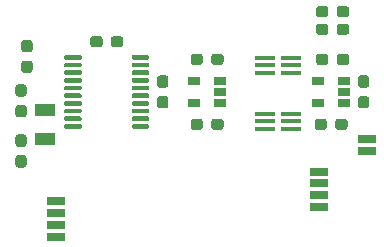
<source format=gbr>
%TF.GenerationSoftware,KiCad,Pcbnew,(5.1.6)-1*%
%TF.CreationDate,2020-09-19T18:08:18+02:00*%
%TF.ProjectId,watch,77617463-682e-46b6-9963-61645f706362,rev?*%
%TF.SameCoordinates,Original*%
%TF.FileFunction,Paste,Bot*%
%TF.FilePolarity,Positive*%
%FSLAX46Y46*%
G04 Gerber Fmt 4.6, Leading zero omitted, Abs format (unit mm)*
G04 Created by KiCad (PCBNEW (5.1.6)-1) date 2020-09-19 18:08:18*
%MOMM*%
%LPD*%
G01*
G04 APERTURE LIST*
%ADD10R,1.524000X0.762000*%
%ADD11R,1.060000X0.650000*%
%ADD12R,1.701800X0.355600*%
%ADD13R,1.800000X1.000000*%
G04 APERTURE END LIST*
%TO.C,R7*%
G36*
G01*
X159256312Y-56290111D02*
X159256312Y-55815111D01*
G75*
G02*
X159493812Y-55577611I237500J0D01*
G01*
X160068812Y-55577611D01*
G75*
G02*
X160306312Y-55815111I0J-237500D01*
G01*
X160306312Y-56290111D01*
G75*
G02*
X160068812Y-56527611I-237500J0D01*
G01*
X159493812Y-56527611D01*
G75*
G02*
X159256312Y-56290111I0J237500D01*
G01*
G37*
G36*
G01*
X157506312Y-56290111D02*
X157506312Y-55815111D01*
G75*
G02*
X157743812Y-55577611I237500J0D01*
G01*
X158318812Y-55577611D01*
G75*
G02*
X158556312Y-55815111I0J-237500D01*
G01*
X158556312Y-56290111D01*
G75*
G02*
X158318812Y-56527611I-237500J0D01*
G01*
X157743812Y-56527611D01*
G75*
G02*
X157506312Y-56290111I0J237500D01*
G01*
G37*
%TD*%
%TO.C,R6*%
G36*
G01*
X158556312Y-57315111D02*
X158556312Y-57790111D01*
G75*
G02*
X158318812Y-58027611I-237500J0D01*
G01*
X157743812Y-58027611D01*
G75*
G02*
X157506312Y-57790111I0J237500D01*
G01*
X157506312Y-57315111D01*
G75*
G02*
X157743812Y-57077611I237500J0D01*
G01*
X158318812Y-57077611D01*
G75*
G02*
X158556312Y-57315111I0J-237500D01*
G01*
G37*
G36*
G01*
X160306312Y-57315111D02*
X160306312Y-57790111D01*
G75*
G02*
X160068812Y-58027611I-237500J0D01*
G01*
X159493812Y-58027611D01*
G75*
G02*
X159256312Y-57790111I0J237500D01*
G01*
X159256312Y-57315111D01*
G75*
G02*
X159493812Y-57077611I237500J0D01*
G01*
X160068812Y-57077611D01*
G75*
G02*
X160306312Y-57315111I0J-237500D01*
G01*
G37*
%TD*%
D10*
%TO.C,J2*%
X157781312Y-69602611D03*
X157781312Y-70602611D03*
X157781312Y-71602611D03*
X157781312Y-72602611D03*
%TD*%
%TO.C,BT1*%
X161781312Y-66852611D03*
X161781312Y-67852611D03*
%TD*%
%TO.C,J1*%
X135531312Y-72102611D03*
X135531312Y-73102611D03*
X135531312Y-74102611D03*
X135531312Y-75102611D03*
%TD*%
D11*
%TO.C,U6*%
X147181312Y-61902611D03*
X147181312Y-63802611D03*
X149381312Y-63802611D03*
X149381312Y-62852611D03*
X149381312Y-61902611D03*
%TD*%
D12*
%TO.C,U9*%
X155417962Y-66002610D03*
X155417962Y-65352611D03*
X155417962Y-64702612D03*
X153144662Y-64702612D03*
X153144662Y-65352611D03*
X153144662Y-66002610D03*
%TD*%
%TO.C,U8*%
X155417962Y-61252610D03*
X155417962Y-60602611D03*
X155417962Y-59952612D03*
X153144662Y-59952612D03*
X153144662Y-60602611D03*
X153144662Y-61252610D03*
%TD*%
D13*
%TO.C,Y1*%
X134531312Y-64352611D03*
X134531312Y-66852611D03*
%TD*%
D11*
%TO.C,U7*%
X157681312Y-61902611D03*
X157681312Y-63802611D03*
X159881312Y-63802611D03*
X159881312Y-62852611D03*
X159881312Y-61902611D03*
%TD*%
%TO.C,U5*%
G36*
G01*
X141906312Y-65877611D02*
X141906312Y-65677611D01*
G75*
G02*
X142006312Y-65577611I100000J0D01*
G01*
X143281312Y-65577611D01*
G75*
G02*
X143381312Y-65677611I0J-100000D01*
G01*
X143381312Y-65877611D01*
G75*
G02*
X143281312Y-65977611I-100000J0D01*
G01*
X142006312Y-65977611D01*
G75*
G02*
X141906312Y-65877611I0J100000D01*
G01*
G37*
G36*
G01*
X141906312Y-65227611D02*
X141906312Y-65027611D01*
G75*
G02*
X142006312Y-64927611I100000J0D01*
G01*
X143281312Y-64927611D01*
G75*
G02*
X143381312Y-65027611I0J-100000D01*
G01*
X143381312Y-65227611D01*
G75*
G02*
X143281312Y-65327611I-100000J0D01*
G01*
X142006312Y-65327611D01*
G75*
G02*
X141906312Y-65227611I0J100000D01*
G01*
G37*
G36*
G01*
X141906312Y-64577611D02*
X141906312Y-64377611D01*
G75*
G02*
X142006312Y-64277611I100000J0D01*
G01*
X143281312Y-64277611D01*
G75*
G02*
X143381312Y-64377611I0J-100000D01*
G01*
X143381312Y-64577611D01*
G75*
G02*
X143281312Y-64677611I-100000J0D01*
G01*
X142006312Y-64677611D01*
G75*
G02*
X141906312Y-64577611I0J100000D01*
G01*
G37*
G36*
G01*
X141906312Y-63927611D02*
X141906312Y-63727611D01*
G75*
G02*
X142006312Y-63627611I100000J0D01*
G01*
X143281312Y-63627611D01*
G75*
G02*
X143381312Y-63727611I0J-100000D01*
G01*
X143381312Y-63927611D01*
G75*
G02*
X143281312Y-64027611I-100000J0D01*
G01*
X142006312Y-64027611D01*
G75*
G02*
X141906312Y-63927611I0J100000D01*
G01*
G37*
G36*
G01*
X141906312Y-63277611D02*
X141906312Y-63077611D01*
G75*
G02*
X142006312Y-62977611I100000J0D01*
G01*
X143281312Y-62977611D01*
G75*
G02*
X143381312Y-63077611I0J-100000D01*
G01*
X143381312Y-63277611D01*
G75*
G02*
X143281312Y-63377611I-100000J0D01*
G01*
X142006312Y-63377611D01*
G75*
G02*
X141906312Y-63277611I0J100000D01*
G01*
G37*
G36*
G01*
X141906312Y-62627611D02*
X141906312Y-62427611D01*
G75*
G02*
X142006312Y-62327611I100000J0D01*
G01*
X143281312Y-62327611D01*
G75*
G02*
X143381312Y-62427611I0J-100000D01*
G01*
X143381312Y-62627611D01*
G75*
G02*
X143281312Y-62727611I-100000J0D01*
G01*
X142006312Y-62727611D01*
G75*
G02*
X141906312Y-62627611I0J100000D01*
G01*
G37*
G36*
G01*
X141906312Y-61977611D02*
X141906312Y-61777611D01*
G75*
G02*
X142006312Y-61677611I100000J0D01*
G01*
X143281312Y-61677611D01*
G75*
G02*
X143381312Y-61777611I0J-100000D01*
G01*
X143381312Y-61977611D01*
G75*
G02*
X143281312Y-62077611I-100000J0D01*
G01*
X142006312Y-62077611D01*
G75*
G02*
X141906312Y-61977611I0J100000D01*
G01*
G37*
G36*
G01*
X141906312Y-61327611D02*
X141906312Y-61127611D01*
G75*
G02*
X142006312Y-61027611I100000J0D01*
G01*
X143281312Y-61027611D01*
G75*
G02*
X143381312Y-61127611I0J-100000D01*
G01*
X143381312Y-61327611D01*
G75*
G02*
X143281312Y-61427611I-100000J0D01*
G01*
X142006312Y-61427611D01*
G75*
G02*
X141906312Y-61327611I0J100000D01*
G01*
G37*
G36*
G01*
X141906312Y-60677611D02*
X141906312Y-60477611D01*
G75*
G02*
X142006312Y-60377611I100000J0D01*
G01*
X143281312Y-60377611D01*
G75*
G02*
X143381312Y-60477611I0J-100000D01*
G01*
X143381312Y-60677611D01*
G75*
G02*
X143281312Y-60777611I-100000J0D01*
G01*
X142006312Y-60777611D01*
G75*
G02*
X141906312Y-60677611I0J100000D01*
G01*
G37*
G36*
G01*
X141906312Y-60027611D02*
X141906312Y-59827611D01*
G75*
G02*
X142006312Y-59727611I100000J0D01*
G01*
X143281312Y-59727611D01*
G75*
G02*
X143381312Y-59827611I0J-100000D01*
G01*
X143381312Y-60027611D01*
G75*
G02*
X143281312Y-60127611I-100000J0D01*
G01*
X142006312Y-60127611D01*
G75*
G02*
X141906312Y-60027611I0J100000D01*
G01*
G37*
G36*
G01*
X136181312Y-60027611D02*
X136181312Y-59827611D01*
G75*
G02*
X136281312Y-59727611I100000J0D01*
G01*
X137556312Y-59727611D01*
G75*
G02*
X137656312Y-59827611I0J-100000D01*
G01*
X137656312Y-60027611D01*
G75*
G02*
X137556312Y-60127611I-100000J0D01*
G01*
X136281312Y-60127611D01*
G75*
G02*
X136181312Y-60027611I0J100000D01*
G01*
G37*
G36*
G01*
X136181312Y-60677611D02*
X136181312Y-60477611D01*
G75*
G02*
X136281312Y-60377611I100000J0D01*
G01*
X137556312Y-60377611D01*
G75*
G02*
X137656312Y-60477611I0J-100000D01*
G01*
X137656312Y-60677611D01*
G75*
G02*
X137556312Y-60777611I-100000J0D01*
G01*
X136281312Y-60777611D01*
G75*
G02*
X136181312Y-60677611I0J100000D01*
G01*
G37*
G36*
G01*
X136181312Y-61327611D02*
X136181312Y-61127611D01*
G75*
G02*
X136281312Y-61027611I100000J0D01*
G01*
X137556312Y-61027611D01*
G75*
G02*
X137656312Y-61127611I0J-100000D01*
G01*
X137656312Y-61327611D01*
G75*
G02*
X137556312Y-61427611I-100000J0D01*
G01*
X136281312Y-61427611D01*
G75*
G02*
X136181312Y-61327611I0J100000D01*
G01*
G37*
G36*
G01*
X136181312Y-61977611D02*
X136181312Y-61777611D01*
G75*
G02*
X136281312Y-61677611I100000J0D01*
G01*
X137556312Y-61677611D01*
G75*
G02*
X137656312Y-61777611I0J-100000D01*
G01*
X137656312Y-61977611D01*
G75*
G02*
X137556312Y-62077611I-100000J0D01*
G01*
X136281312Y-62077611D01*
G75*
G02*
X136181312Y-61977611I0J100000D01*
G01*
G37*
G36*
G01*
X136181312Y-62627611D02*
X136181312Y-62427611D01*
G75*
G02*
X136281312Y-62327611I100000J0D01*
G01*
X137556312Y-62327611D01*
G75*
G02*
X137656312Y-62427611I0J-100000D01*
G01*
X137656312Y-62627611D01*
G75*
G02*
X137556312Y-62727611I-100000J0D01*
G01*
X136281312Y-62727611D01*
G75*
G02*
X136181312Y-62627611I0J100000D01*
G01*
G37*
G36*
G01*
X136181312Y-63277611D02*
X136181312Y-63077611D01*
G75*
G02*
X136281312Y-62977611I100000J0D01*
G01*
X137556312Y-62977611D01*
G75*
G02*
X137656312Y-63077611I0J-100000D01*
G01*
X137656312Y-63277611D01*
G75*
G02*
X137556312Y-63377611I-100000J0D01*
G01*
X136281312Y-63377611D01*
G75*
G02*
X136181312Y-63277611I0J100000D01*
G01*
G37*
G36*
G01*
X136181312Y-63927611D02*
X136181312Y-63727611D01*
G75*
G02*
X136281312Y-63627611I100000J0D01*
G01*
X137556312Y-63627611D01*
G75*
G02*
X137656312Y-63727611I0J-100000D01*
G01*
X137656312Y-63927611D01*
G75*
G02*
X137556312Y-64027611I-100000J0D01*
G01*
X136281312Y-64027611D01*
G75*
G02*
X136181312Y-63927611I0J100000D01*
G01*
G37*
G36*
G01*
X136181312Y-64577611D02*
X136181312Y-64377611D01*
G75*
G02*
X136281312Y-64277611I100000J0D01*
G01*
X137556312Y-64277611D01*
G75*
G02*
X137656312Y-64377611I0J-100000D01*
G01*
X137656312Y-64577611D01*
G75*
G02*
X137556312Y-64677611I-100000J0D01*
G01*
X136281312Y-64677611D01*
G75*
G02*
X136181312Y-64577611I0J100000D01*
G01*
G37*
G36*
G01*
X136181312Y-65227611D02*
X136181312Y-65027611D01*
G75*
G02*
X136281312Y-64927611I100000J0D01*
G01*
X137556312Y-64927611D01*
G75*
G02*
X137656312Y-65027611I0J-100000D01*
G01*
X137656312Y-65227611D01*
G75*
G02*
X137556312Y-65327611I-100000J0D01*
G01*
X136281312Y-65327611D01*
G75*
G02*
X136181312Y-65227611I0J100000D01*
G01*
G37*
G36*
G01*
X136181312Y-65877611D02*
X136181312Y-65677611D01*
G75*
G02*
X136281312Y-65577611I100000J0D01*
G01*
X137556312Y-65577611D01*
G75*
G02*
X137656312Y-65677611I0J-100000D01*
G01*
X137656312Y-65877611D01*
G75*
G02*
X137556312Y-65977611I-100000J0D01*
G01*
X136281312Y-65977611D01*
G75*
G02*
X136181312Y-65877611I0J100000D01*
G01*
G37*
%TD*%
%TO.C,R3*%
G36*
G01*
X159256312Y-60340111D02*
X159256312Y-59865111D01*
G75*
G02*
X159493812Y-59627611I237500J0D01*
G01*
X160068812Y-59627611D01*
G75*
G02*
X160306312Y-59865111I0J-237500D01*
G01*
X160306312Y-60340111D01*
G75*
G02*
X160068812Y-60577611I-237500J0D01*
G01*
X159493812Y-60577611D01*
G75*
G02*
X159256312Y-60340111I0J237500D01*
G01*
G37*
G36*
G01*
X157506312Y-60340111D02*
X157506312Y-59865111D01*
G75*
G02*
X157743812Y-59627611I237500J0D01*
G01*
X158318812Y-59627611D01*
G75*
G02*
X158556312Y-59865111I0J-237500D01*
G01*
X158556312Y-60340111D01*
G75*
G02*
X158318812Y-60577611I-237500J0D01*
G01*
X157743812Y-60577611D01*
G75*
G02*
X157506312Y-60340111I0J237500D01*
G01*
G37*
%TD*%
%TO.C,C15*%
G36*
G01*
X147931312Y-59865111D02*
X147931312Y-60340111D01*
G75*
G02*
X147693812Y-60577611I-237500J0D01*
G01*
X147118812Y-60577611D01*
G75*
G02*
X146881312Y-60340111I0J237500D01*
G01*
X146881312Y-59865111D01*
G75*
G02*
X147118812Y-59627611I237500J0D01*
G01*
X147693812Y-59627611D01*
G75*
G02*
X147931312Y-59865111I0J-237500D01*
G01*
G37*
G36*
G01*
X149681312Y-59865111D02*
X149681312Y-60340111D01*
G75*
G02*
X149443812Y-60577611I-237500J0D01*
G01*
X148868812Y-60577611D01*
G75*
G02*
X148631312Y-60340111I0J237500D01*
G01*
X148631312Y-59865111D01*
G75*
G02*
X148868812Y-59627611I237500J0D01*
G01*
X149443812Y-59627611D01*
G75*
G02*
X149681312Y-59865111I0J-237500D01*
G01*
G37*
%TD*%
%TO.C,C14*%
G36*
G01*
X159131312Y-65840111D02*
X159131312Y-65365111D01*
G75*
G02*
X159368812Y-65127611I237500J0D01*
G01*
X159943812Y-65127611D01*
G75*
G02*
X160181312Y-65365111I0J-237500D01*
G01*
X160181312Y-65840111D01*
G75*
G02*
X159943812Y-66077611I-237500J0D01*
G01*
X159368812Y-66077611D01*
G75*
G02*
X159131312Y-65840111I0J237500D01*
G01*
G37*
G36*
G01*
X157381312Y-65840111D02*
X157381312Y-65365111D01*
G75*
G02*
X157618812Y-65127611I237500J0D01*
G01*
X158193812Y-65127611D01*
G75*
G02*
X158431312Y-65365111I0J-237500D01*
G01*
X158431312Y-65840111D01*
G75*
G02*
X158193812Y-66077611I-237500J0D01*
G01*
X157618812Y-66077611D01*
G75*
G02*
X157381312Y-65840111I0J237500D01*
G01*
G37*
%TD*%
%TO.C,C10*%
G36*
G01*
X133268812Y-59502611D02*
X132793812Y-59502611D01*
G75*
G02*
X132556312Y-59265111I0J237500D01*
G01*
X132556312Y-58690111D01*
G75*
G02*
X132793812Y-58452611I237500J0D01*
G01*
X133268812Y-58452611D01*
G75*
G02*
X133506312Y-58690111I0J-237500D01*
G01*
X133506312Y-59265111D01*
G75*
G02*
X133268812Y-59502611I-237500J0D01*
G01*
G37*
G36*
G01*
X133268812Y-61252611D02*
X132793812Y-61252611D01*
G75*
G02*
X132556312Y-61015111I0J237500D01*
G01*
X132556312Y-60440111D01*
G75*
G02*
X132793812Y-60202611I237500J0D01*
G01*
X133268812Y-60202611D01*
G75*
G02*
X133506312Y-60440111I0J-237500D01*
G01*
X133506312Y-61015111D01*
G75*
G02*
X133268812Y-61252611I-237500J0D01*
G01*
G37*
%TD*%
%TO.C,C9*%
G36*
G01*
X144768812Y-62502611D02*
X144293812Y-62502611D01*
G75*
G02*
X144056312Y-62265111I0J237500D01*
G01*
X144056312Y-61690111D01*
G75*
G02*
X144293812Y-61452611I237500J0D01*
G01*
X144768812Y-61452611D01*
G75*
G02*
X145006312Y-61690111I0J-237500D01*
G01*
X145006312Y-62265111D01*
G75*
G02*
X144768812Y-62502611I-237500J0D01*
G01*
G37*
G36*
G01*
X144768812Y-64252611D02*
X144293812Y-64252611D01*
G75*
G02*
X144056312Y-64015111I0J237500D01*
G01*
X144056312Y-63440111D01*
G75*
G02*
X144293812Y-63202611I237500J0D01*
G01*
X144768812Y-63202611D01*
G75*
G02*
X145006312Y-63440111I0J-237500D01*
G01*
X145006312Y-64015111D01*
G75*
G02*
X144768812Y-64252611I-237500J0D01*
G01*
G37*
%TD*%
%TO.C,C8*%
G36*
G01*
X140131312Y-58840111D02*
X140131312Y-58365111D01*
G75*
G02*
X140368812Y-58127611I237500J0D01*
G01*
X140943812Y-58127611D01*
G75*
G02*
X141181312Y-58365111I0J-237500D01*
G01*
X141181312Y-58840111D01*
G75*
G02*
X140943812Y-59077611I-237500J0D01*
G01*
X140368812Y-59077611D01*
G75*
G02*
X140131312Y-58840111I0J237500D01*
G01*
G37*
G36*
G01*
X138381312Y-58840111D02*
X138381312Y-58365111D01*
G75*
G02*
X138618812Y-58127611I237500J0D01*
G01*
X139193812Y-58127611D01*
G75*
G02*
X139431312Y-58365111I0J-237500D01*
G01*
X139431312Y-58840111D01*
G75*
G02*
X139193812Y-59077611I-237500J0D01*
G01*
X138618812Y-59077611D01*
G75*
G02*
X138381312Y-58840111I0J237500D01*
G01*
G37*
%TD*%
%TO.C,C7*%
G36*
G01*
X132768812Y-63252611D02*
X132293812Y-63252611D01*
G75*
G02*
X132056312Y-63015111I0J237500D01*
G01*
X132056312Y-62440111D01*
G75*
G02*
X132293812Y-62202611I237500J0D01*
G01*
X132768812Y-62202611D01*
G75*
G02*
X133006312Y-62440111I0J-237500D01*
G01*
X133006312Y-63015111D01*
G75*
G02*
X132768812Y-63252611I-237500J0D01*
G01*
G37*
G36*
G01*
X132768812Y-65002611D02*
X132293812Y-65002611D01*
G75*
G02*
X132056312Y-64765111I0J237500D01*
G01*
X132056312Y-64190111D01*
G75*
G02*
X132293812Y-63952611I237500J0D01*
G01*
X132768812Y-63952611D01*
G75*
G02*
X133006312Y-64190111I0J-237500D01*
G01*
X133006312Y-64765111D01*
G75*
G02*
X132768812Y-65002611I-237500J0D01*
G01*
G37*
%TD*%
%TO.C,C6*%
G36*
G01*
X132293812Y-68202611D02*
X132768812Y-68202611D01*
G75*
G02*
X133006312Y-68440111I0J-237500D01*
G01*
X133006312Y-69015111D01*
G75*
G02*
X132768812Y-69252611I-237500J0D01*
G01*
X132293812Y-69252611D01*
G75*
G02*
X132056312Y-69015111I0J237500D01*
G01*
X132056312Y-68440111D01*
G75*
G02*
X132293812Y-68202611I237500J0D01*
G01*
G37*
G36*
G01*
X132293812Y-66452611D02*
X132768812Y-66452611D01*
G75*
G02*
X133006312Y-66690111I0J-237500D01*
G01*
X133006312Y-67265111D01*
G75*
G02*
X132768812Y-67502611I-237500J0D01*
G01*
X132293812Y-67502611D01*
G75*
G02*
X132056312Y-67265111I0J237500D01*
G01*
X132056312Y-66690111D01*
G75*
G02*
X132293812Y-66452611I237500J0D01*
G01*
G37*
%TD*%
%TO.C,C4*%
G36*
G01*
X148631312Y-65840111D02*
X148631312Y-65365111D01*
G75*
G02*
X148868812Y-65127611I237500J0D01*
G01*
X149443812Y-65127611D01*
G75*
G02*
X149681312Y-65365111I0J-237500D01*
G01*
X149681312Y-65840111D01*
G75*
G02*
X149443812Y-66077611I-237500J0D01*
G01*
X148868812Y-66077611D01*
G75*
G02*
X148631312Y-65840111I0J237500D01*
G01*
G37*
G36*
G01*
X146881312Y-65840111D02*
X146881312Y-65365111D01*
G75*
G02*
X147118812Y-65127611I237500J0D01*
G01*
X147693812Y-65127611D01*
G75*
G02*
X147931312Y-65365111I0J-237500D01*
G01*
X147931312Y-65840111D01*
G75*
G02*
X147693812Y-66077611I-237500J0D01*
G01*
X147118812Y-66077611D01*
G75*
G02*
X146881312Y-65840111I0J237500D01*
G01*
G37*
%TD*%
%TO.C,C3*%
G36*
G01*
X161768812Y-62502611D02*
X161293812Y-62502611D01*
G75*
G02*
X161056312Y-62265111I0J237500D01*
G01*
X161056312Y-61690111D01*
G75*
G02*
X161293812Y-61452611I237500J0D01*
G01*
X161768812Y-61452611D01*
G75*
G02*
X162006312Y-61690111I0J-237500D01*
G01*
X162006312Y-62265111D01*
G75*
G02*
X161768812Y-62502611I-237500J0D01*
G01*
G37*
G36*
G01*
X161768812Y-64252611D02*
X161293812Y-64252611D01*
G75*
G02*
X161056312Y-64015111I0J237500D01*
G01*
X161056312Y-63440111D01*
G75*
G02*
X161293812Y-63202611I237500J0D01*
G01*
X161768812Y-63202611D01*
G75*
G02*
X162006312Y-63440111I0J-237500D01*
G01*
X162006312Y-64015111D01*
G75*
G02*
X161768812Y-64252611I-237500J0D01*
G01*
G37*
%TD*%
M02*

</source>
